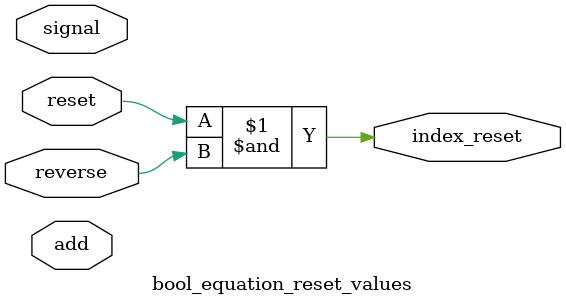
<source format=sv>
module bool_equation_reset_values(input reset, reverse, add, signal,output index_reset);
    wire term1,term2;
    and(index_reset,reset,reverse);
    //and(term2,add,signal);
    //or(index_reset,term1,term2);
endmodule
</source>
